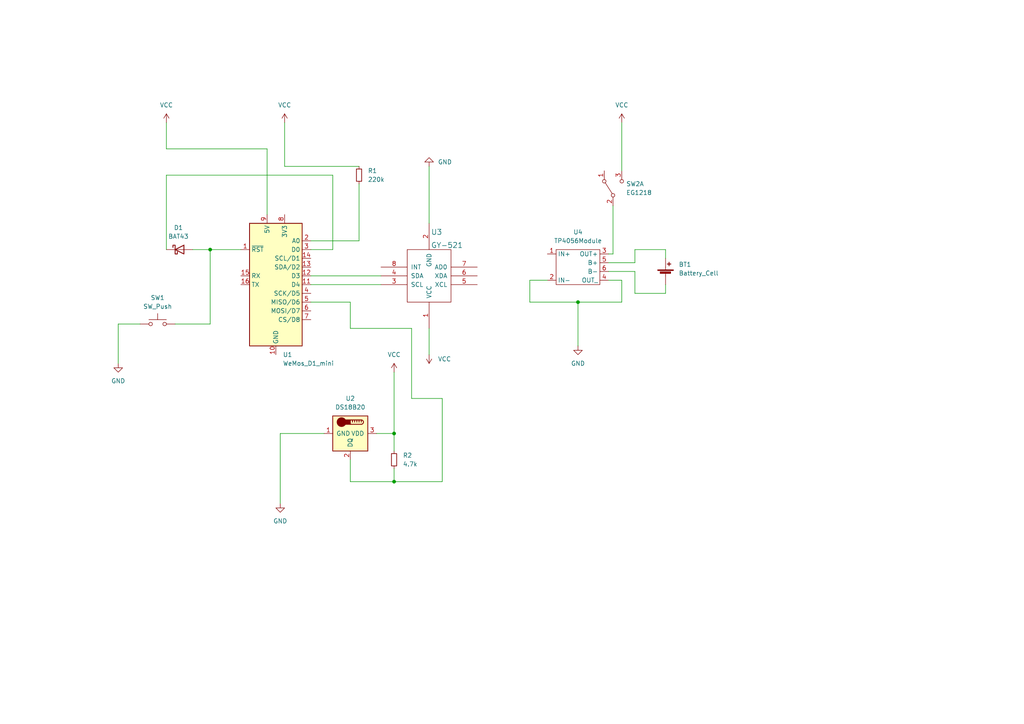
<source format=kicad_sch>
(kicad_sch (version 20211123) (generator eeschema)
  (paper "A4")
  (lib_symbols
    (symbol "Device:Battery_Cell" (pin_numbers hide) (pin_names (offset 0) hide)
      (property "Reference" "BT" (at 2.54 2.54 0))
      (property "Value" "Battery_Cell" (at 2.54 0 0))
      (symbol "Battery_Cell_0_1"
        (rectangle (start -2.286 1.778) (end 2.286 1.524) (fill (type outline)))
        (rectangle (start -1.5748 1.1938) (end 1.4732 0.6858) (fill (type outline)))
        (polyline (pts (xy 0 0.762) (xy 0 0)))
        (polyline (pts (xy 0 1.778) (xy 0 2.54)))
        (polyline (pts (xy 0.508 3.429) (xy 1.524 3.429)) (stroke (width 0.254)))
        (polyline (pts (xy 1.016 3.937) (xy 1.016 2.921)) (stroke (width 0.254)))
      )
      (symbol "Battery_Cell_1_1"
        (pin passive line (at 0 5.08 270) (length 2.54) (name "+") (number "1"))
        (pin passive line (at 0 -2.54 90) (length 2.54) (name "-") (number "2"))
      )
    )
    (symbol "Device:R_Small" (pin_numbers hide) (pin_names (offset 0.254) hide)
      (property "Reference" "R" (at 0.762 0.508 0))
      (property "Value" "R_Small" (at 0.762 -1.016 0))
      (symbol "R_Small_0_1"
        (rectangle (start -0.762 1.778) (end 0.762 -1.778) (stroke (width 0.2032)))
      )
      (symbol "R_Small_1_1"
        (pin passive line (at 0 2.54 270) (length 0.762) (name "~") (number "1"))
        (pin passive line (at 0 -2.54 90) (length 0.762) (name "~") (number "2"))
      )
    )
    (symbol "Diode:BAT43" (pin_numbers hide) (pin_names (offset 1.016) hide)
      (property "Reference" "D" (at 0 2.54 0))
      (property "Value" "BAT43" (at 0 -2.54 0))
      (symbol "BAT43_0_1"
        (polyline (pts (xy 1.27 0) (xy -1.27 0)))
        (polyline (pts (xy 1.27 1.27) (xy 1.27 -1.27) (xy -1.27 0) (xy 1.27 1.27)) (stroke (width 0.254)))
        (polyline (pts (xy -1.905 0.635) (xy -1.905 1.27) (xy -1.27 1.27) (xy -1.27 -1.27) (xy -0.635 -1.27) (xy -0.635 -0.635)) (stroke (width 0.254)))
      )
      (symbol "BAT43_1_1"
        (pin passive line (at -3.81 0 0) (length 2.54) (name "K") (number "1"))
        (pin passive line (at 3.81 0 180) (length 2.54) (name "A") (number "2"))
      )
    )
    (symbol "MCU_Module:WeMos_D1_mini"
      (property "Reference" "U" (at 3.81 19.05 0))
      (property "Value" "WeMos_D1_mini" (at 1.27 -19.05 0))
      (symbol "WeMos_D1_mini_1_1"
        (rectangle (start -7.62 17.78) (end 7.62 -17.78) (stroke (width 0.254)) (fill (type background)))
        (pin input line (at -10.16 10.16 0) (length 2.54) (name "~{RST}") (number "1"))
        (pin power_in line (at 0 -20.32 90) (length 2.54) (name "GND") (number "10"))
        (pin bidirectional line (at 10.16 0 180) (length 2.54) (name "D4") (number "11"))
        (pin bidirectional line (at 10.16 2.54 180) (length 2.54) (name "D3") (number "12"))
        (pin bidirectional line (at 10.16 5.08 180) (length 2.54) (name "SDA/D2") (number "13"))
        (pin bidirectional line (at 10.16 7.62 180) (length 2.54) (name "SCL/D1") (number "14"))
        (pin input line (at -10.16 2.54 0) (length 2.54) (name "RX") (number "15"))
        (pin output line (at -10.16 0 0) (length 2.54) (name "TX") (number "16"))
        (pin input line (at 10.16 12.7 180) (length 2.54) (name "A0") (number "2"))
        (pin bidirectional line (at 10.16 10.16 180) (length 2.54) (name "D0") (number "3"))
        (pin bidirectional line (at 10.16 -2.54 180) (length 2.54) (name "SCK/D5") (number "4"))
        (pin bidirectional line (at 10.16 -5.08 180) (length 2.54) (name "MISO/D6") (number "5"))
        (pin bidirectional line (at 10.16 -7.62 180) (length 2.54) (name "MOSI/D7") (number "6"))
        (pin bidirectional line (at 10.16 -10.16 180) (length 2.54) (name "CS/D8") (number "7"))
        (pin power_out line (at 2.54 20.32 270) (length 2.54) (name "3V3") (number "8"))
        (pin power_in line (at -2.54 20.32 270) (length 2.54) (name "5V") (number "9"))
      )
    )
    (symbol "Sensor_Temperature:DS18B20" (pin_names (offset 1.016))
      (property "Reference" "U" (at -3.81 6.35 0))
      (property "Value" "DS18B20" (at 6.35 6.35 0))
      (symbol "DS18B20_0_1"
        (rectangle (start -5.08 5.08) (end 5.08 -5.08) (stroke (width 0.254)) (fill (type background)))
        (circle (center -3.302 -2.54) (radius 1.27) (stroke (width 0.254)) (fill (type outline)))
        (rectangle (start -2.667 -1.905) (end -3.937 0) (stroke (width 0.254)) (fill (type outline)))
        (arc (start -2.667 3.175) (mid -3.302 3.81) (end -3.937 3.175) (stroke (width 0.254)))
        (polyline (pts (xy -3.937 0.635) (xy -3.302 0.635)) (stroke (width 0.254)))
        (polyline (pts (xy -3.937 1.27) (xy -3.302 1.27)) (stroke (width 0.254)))
        (polyline (pts (xy -3.937 1.905) (xy -3.302 1.905)) (stroke (width 0.254)))
        (polyline (pts (xy -3.937 2.54) (xy -3.302 2.54)) (stroke (width 0.254)))
        (polyline (pts (xy -3.937 3.175) (xy -3.937 0)) (stroke (width 0.254)))
        (polyline (pts (xy -3.937 3.175) (xy -3.302 3.175)) (stroke (width 0.254)))
        (polyline (pts (xy -2.667 3.175) (xy -2.667 0)) (stroke (width 0.254)))
      )
      (symbol "DS18B20_1_1"
        (pin power_in line (at 0 -7.62 90) (length 2.54) (name "GND") (number "1"))
        (pin bidirectional line (at 7.62 0 180) (length 2.54) (name "DQ") (number "2"))
        (pin power_in line (at 0 7.62 270) (length 2.54) (name "VDD") (number "3"))
      )
    )
    (symbol "Switch:SW_DPDT_x2" (pin_names (offset 0) hide)
      (property "Reference" "SW" (at 0 4.318 0))
      (property "Value" "SW_DPDT_x2" (at 0 -5.08 0))
      (symbol "SW_DPDT_x2_0_0"
        (circle (center -2.032 0) (radius 0.508))
        (circle (center 2.032 -2.54) (radius 0.508))
      )
      (symbol "SW_DPDT_x2_0_1"
        (polyline (pts (xy -1.524 0.254) (xy 1.651 2.286)))
        (circle (center 2.032 2.54) (radius 0.508))
      )
      (symbol "SW_DPDT_x2_1_1"
        (pin passive line (at 5.08 2.54 180) (length 2.54) (name "A") (number "1"))
        (pin passive line (at -5.08 0 0) (length 2.54) (name "B") (number "2"))
        (pin passive line (at 5.08 -2.54 180) (length 2.54) (name "C") (number "3"))
      )
      (symbol "SW_DPDT_x2_2_1"
        (pin passive line (at 5.08 2.54 180) (length 2.54) (name "A") (number "4"))
        (pin passive line (at -5.08 0 0) (length 2.54) (name "B") (number "5"))
        (pin passive line (at 5.08 -2.54 180) (length 2.54) (name "C") (number "6"))
      )
    )
    (symbol "Switch:SW_Push" (pin_numbers hide) (pin_names (offset 1.016) hide)
      (property "Reference" "SW" (at 1.27 2.54 0))
      (property "Value" "SW_Push" (at 0 -1.524 0))
      (symbol "SW_Push_0_1"
        (circle (center -2.032 0) (radius 0.508))
        (polyline (pts (xy 0 1.27) (xy 0 3.048)))
        (polyline (pts (xy 2.54 1.27) (xy -2.54 1.27)))
        (circle (center 2.032 0) (radius 0.508))
        (pin passive line (at -5.08 0 0) (length 2.54) (name "1") (number "1"))
        (pin passive line (at 5.08 0 180) (length 2.54) (name "2") (number "2"))
      )
    )
    (symbol "gy-521:GY-521" (pin_names (offset 1.016))
      (property "Reference" "U" (at 2.54 8.89 0))
      (property "Value" "GY-521" (at 5.08 11.43 0))
      (symbol "GY-521_0_1"
        (rectangle (start -6.35 7.62) (end 6.35 -7.62))
      )
      (symbol "GY-521_1_1"
        (pin input line (at 0 15.24 270) (length 7.62) (name "VCC") (number "1"))
        (pin input line (at 0 -15.24 90) (length 7.62) (name "GND") (number "2"))
        (pin input line (at 13.97 2.54 180) (length 7.62) (name "SCL") (number "3"))
        (pin input line (at 13.97 0 180) (length 7.62) (name "SDA") (number "4"))
        (pin input line (at -13.97 2.54 0) (length 7.62) (name "XCL") (number "5"))
        (pin input line (at -13.97 0 0) (length 7.62) (name "XDA") (number "6"))
        (pin input line (at -13.97 -2.54 0) (length 7.62) (name "AD0") (number "7"))
        (pin input line (at 13.97 -2.54 180) (length 7.62) (name "INT") (number "8"))
      )
    )
    (symbol "power:GND" (power) (pin_names (offset 0))
      (property "Value" "GND" (at 0 -3.81 0))
      (symbol "GND_0_1"
        (polyline (pts (xy 0 0) (xy 0 -1.27) (xy 1.27 -1.27) (xy 0 -2.54) (xy -1.27 -1.27) (xy 0 -1.27)))
      )
      (symbol "GND_1_1"
        (pin power_in line (at 0 0 270) (length 0) hide (name "GND") (number "1"))
      )
    )
    (symbol "power:VCC" (power) (pin_names (offset 0))
      (property "Value" "VCC" (at 0 3.81 0))
      (symbol "VCC_0_1"
        (polyline (pts (xy -0.762 1.27) (xy 0 2.54)))
        (polyline (pts (xy 0 0) (xy 0 2.54)))
        (polyline (pts (xy 0 2.54) (xy 0.762 1.27)))
      )
      (symbol "VCC_1_1"
        (pin power_in line (at 0 0 90) (length 0) hide (name "VCC") (number "1"))
      )
    )
    (symbol "tp4056:TP4056Module"
      (property "Reference" "U" (at 0 -8.89 0))
      (property "Value" "TP4056Module" (at 0 6.35 0))
      (symbol "TP4056Module_0_1"
        (rectangle (start -6.35 3.81) (end 6.35 -6.35))
      )
      (symbol "TP4056Module_1_1"
        (pin input line (at -8.89 2.54 0) (length 2.54) (name "IN+") (number "1"))
        (pin input line (at -8.89 -5.08 0) (length 2.54) (name "IN-") (number "2"))
        (pin output line (at 8.89 2.54 180) (length 2.54) (name "OUT+") (number "3"))
        (pin output line (at 8.89 -5.08 180) (length 2.54) (name "OUT_") (number "4"))
        (pin output line (at 8.89 0 180) (length 2.54) (name "B+") (number "5"))
        (pin output line (at 8.89 -2.54 180) (length 2.54) (name "B-") (number "6"))
      )
    )
  )
  (junction (at 114.3 125.73))
  (junction (at 167.64 87.63))
  (junction (at 114.3 139.7))
  (junction (at 60.96 72.39))
  (wire (pts (xy 96.52 50.8) (xy 96.52 72.39)))
  (wire (pts (xy 114.3 107.95) (xy 114.3 125.73)))
  (wire (pts (xy 82.55 48.26) (xy 82.55 35.56)))
  (wire (pts (xy 119.38 95.25) (xy 101.6 95.25)))
  (wire (pts (xy 124.46 48.26) (xy 124.46 64.77)))
  (wire (pts (xy 90.17 69.85) (xy 104.14 69.85)))
  (wire (pts (xy 184.15 76.2) (xy 184.15 72.39)))
  (wire (pts (xy 177.8 59.69) (xy 177.8 73.66)))
  (wire (pts (xy 193.04 72.39) (xy 193.04 74.93)))
  (wire (pts (xy 177.8 73.66) (xy 176.53 73.66)))
  (wire (pts (xy 101.6 139.7) (xy 114.3 139.7)))
  (wire (pts (xy 176.53 81.28) (xy 180.34 81.28)))
  (wire (pts (xy 167.64 87.63) (xy 167.64 100.33)))
  (wire (pts (xy 48.26 35.56) (xy 48.26 43.18)))
  (wire (pts (xy 77.47 43.18) (xy 48.26 43.18)))
  (wire (pts (xy 101.6 95.25) (xy 101.6 87.63)))
  (wire (pts (xy 124.46 95.25) (xy 124.46 102.87)))
  (wire (pts (xy 114.3 135.89) (xy 114.3 139.7)))
  (wire (pts (xy 119.38 115.57) (xy 119.38 95.25)))
  (wire (pts (xy 114.3 125.73) (xy 114.3 130.81)))
  (wire (pts (xy 176.53 78.74) (xy 184.15 78.74)))
  (wire (pts (xy 128.27 115.57) (xy 119.38 115.57)))
  (wire (pts (xy 184.15 72.39) (xy 193.04 72.39)))
  (wire (pts (xy 153.67 87.63) (xy 167.64 87.63)))
  (wire (pts (xy 48.26 50.8) (xy 48.26 72.39)))
  (wire (pts (xy 158.75 81.28) (xy 153.67 81.28)))
  (wire (pts (xy 48.26 50.8) (xy 96.52 50.8)))
  (wire (pts (xy 93.98 125.73) (xy 81.28 125.73)))
  (wire (pts (xy 55.88 72.39) (xy 60.96 72.39)))
  (wire (pts (xy 180.34 35.56) (xy 180.34 49.53)))
  (wire (pts (xy 104.14 48.26) (xy 82.55 48.26)))
  (wire (pts (xy 180.34 81.28) (xy 180.34 87.63)))
  (wire (pts (xy 104.14 69.85) (xy 104.14 53.34)))
  (wire (pts (xy 109.22 125.73) (xy 114.3 125.73)))
  (wire (pts (xy 184.15 78.74) (xy 184.15 85.09)))
  (wire (pts (xy 77.47 43.18) (xy 77.47 62.23)))
  (wire (pts (xy 128.27 139.7) (xy 128.27 115.57)))
  (wire (pts (xy 34.29 93.98) (xy 34.29 105.41)))
  (wire (pts (xy 184.15 85.09) (xy 193.04 85.09)))
  (wire (pts (xy 90.17 82.55) (xy 110.49 82.55)))
  (wire (pts (xy 90.17 80.01) (xy 110.49 80.01)))
  (wire (pts (xy 50.8 93.98) (xy 60.96 93.98)))
  (wire (pts (xy 193.04 85.09) (xy 193.04 82.55)))
  (wire (pts (xy 180.34 87.63) (xy 167.64 87.63)))
  (wire (pts (xy 81.28 125.73) (xy 81.28 146.05)))
  (wire (pts (xy 114.3 139.7) (xy 128.27 139.7)))
  (wire (pts (xy 60.96 93.98) (xy 60.96 72.39)))
  (wire (pts (xy 101.6 133.35) (xy 101.6 139.7)))
  (wire (pts (xy 60.96 72.39) (xy 69.85 72.39)))
  (wire (pts (xy 153.67 81.28) (xy 153.67 87.63)))
  (wire (pts (xy 96.52 72.39) (xy 90.17 72.39)))
  (wire (pts (xy 176.53 76.2) (xy 184.15 76.2)))
  (wire (pts (xy 101.6 87.63) (xy 90.17 87.63)))
  (wire (pts (xy 40.64 93.98) (xy 34.29 93.98)))
  (symbol (lib_id "gy-521:GY-521") (at 124.46 80.01 180) (unit 1)
    (property "Reference" "U3" (at 124.9806 67.31 0) (effects (font (size 1.524 1.524)) (justify right)))
    (property "Value" "GY-521" (at 124.9806 71.12 0) (effects (font (size 1.524 1.524)) (justify right)))
    (property "Footprint" "libs:GY-521-minimal" (effects hide))
  )
  (symbol (lib_id "power:GND") (at 167.64 100.33 0) (unit 1)
    (property "Reference" "#PWR08" (effects hide))
    (property "Value" "GND" (at 167.64 105.41 0))
  )
  (symbol (lib_id "power:VCC") (at 124.46 102.87 180) (unit 1)
    (property "Reference" "#PWR07" (effects hide))
    (property "Value" "VCC" (at 127 104.1399 0) (effects (justify right)))
  )
  (symbol (lib_id "power:VCC") (at 180.34 35.56 0) (unit 1)
    (property "Reference" "#PWR09" (effects hide))
    (property "Value" "VCC" (at 180.34 30.48 0))
  )
  (symbol (lib_id "tp4056:TP4056Module") (at 167.64 76.2 0) (unit 1)
    (property "Reference" "U4" (at 167.64 67.31 0))
    (property "Value" "TP4056Module" (at 167.64 69.85 0))
    (property "Footprint" "libs:TP4056-18650" (effects hide))
  )
  (symbol (lib_id "power:VCC") (at 82.55 35.56 0) (unit 1)
    (property "Reference" "#PWR04" (effects hide))
    (property "Value" "VCC" (at 82.55 30.48 0))
  )
  (symbol (lib_id "Switch:SW_DPDT_x2") (at 177.8 54.61 90) (unit 1)
    (property "Reference" "SW2" (at 181.61 53.3399 90) (effects (justify right)))
    (property "Value" "EG1218" (at 181.61 55.8799 90) (effects (justify right)))
    (property "Footprint" "Button_Switch_THT:SW_CuK_OS102011MA1QN1_SPDT_Angled" (effects hide))
  )
  (symbol (lib_id "power:GND") (at 81.28 146.05 0) (unit 1)
    (property "Reference" "#PWR03" (effects hide))
    (property "Value" "GND" (at 81.28 151.13 0))
  )
  (symbol (lib_id "power:VCC") (at 114.3 107.95 0) (unit 1)
    (property "Reference" "#PWR05" (effects hide))
    (property "Value" "VCC" (at 114.3 102.87 0))
  )
  (symbol (lib_id "Sensor_Temperature:DS18B20") (at 101.6 125.73 270) (unit 1)
    (property "Reference" "U2" (at 101.6 115.57 90))
    (property "Value" "DS18B20" (at 101.6 118.11 90))
    (property "Footprint" "Package_TO_SOT_THT:TO-92_Inline_Wide" (effects hide))
    (property "Datasheet" "http://datasheets.maximintegrated.com/en/ds/DS18B20.pdf" (effects hide))
  )
  (symbol (lib_id "MCU_Module:WeMos_D1_mini") (at 80.01 82.55 0) (unit 1)
    (property "Reference" "U1" (at 82.0294 102.87 0) (effects (justify left)))
    (property "Value" "WeMos_D1_mini" (at 82.0294 105.41 0) (effects (justify left)))
    (property "Footprint" "libs:WEMOS_D1_mini_light_minimal" (effects hide))
    (property "Datasheet" "https://wiki.wemos.cc/products:d1:d1_mini#documentation" (effects hide))
  )
  (symbol (lib_id "power:GND") (at 124.46 48.26 180) (unit 1)
    (property "Reference" "#PWR06" (effects hide))
    (property "Value" "GND" (at 127 46.9899 0) (effects (justify right)))
  )
  (symbol (lib_id "Switch:SW_Push") (at 45.72 93.98 0) (unit 1)
    (property "Reference" "SW1" (at 45.72 86.36 0))
    (property "Value" "SW_Push" (at 45.72 88.9 0))
    (property "Footprint" "libs:Reset_1x02_P2.54mm_Vertical" (effects hide))
  )
  (symbol (lib_id "Diode:BAT43") (at 52.07 72.39 0) (unit 1)
    (property "Reference" "D1" (at 51.7525 66.04 0))
    (property "Value" "BAT43" (at 51.7525 68.58 0))
    (property "Footprint" "Diode_THT:D_DO-35_SOD27_P7.62mm_Horizontal" (effects hide))
    (property "Datasheet" "http://www.vishay.com/docs/85660/bat42.pdf" (effects hide))
  )
  (symbol (lib_id "power:VCC") (at 48.26 35.56 0) (unit 1)
    (property "Reference" "#PWR02" (effects hide))
    (property "Value" "VCC" (at 48.26 30.48 0))
  )
  (symbol (lib_id "power:GND") (at 34.29 105.41 0) (unit 1)
    (property "Reference" "#PWR01" (effects hide))
    (property "Value" "GND" (at 34.29 110.49 0))
  )
  (symbol (lib_id "Device:R_Small") (at 104.14 50.8 0) (unit 1)
    (property "Reference" "R1" (at 106.68 49.5299 0) (effects (justify left)))
    (property "Value" "220k" (at 106.68 52.0699 0) (effects (justify left)))
    (property "Footprint" "Resistor_THT:R_Axial_DIN0204_L3.6mm_D1.6mm_P7.62mm_Horizontal" (effects hide))
  )
  (symbol (lib_id "Device:Battery_Cell") (at 193.04 80.01 0) (unit 1)
    (property "Reference" "BT1" (at 196.85 76.7079 0) (effects (justify left)))
    (property "Value" "Battery_Cell" (at 196.85 79.2479 0) (effects (justify left)))
    (property "Footprint" "Battery:BatteryHolder_Keystone_1042_1x18650" (effects hide))
  )
  (symbol (lib_id "Device:R_Small") (at 114.3 133.35 0) (unit 1)
    (property "Reference" "R2" (at 116.84 132.0799 0) (effects (justify left)))
    (property "Value" "4.7k" (at 116.84 134.6199 0) (effects (justify left)))
    (property "Footprint" "Resistor_THT:R_Axial_DIN0204_L3.6mm_D1.6mm_P7.62mm_Horizontal" (effects hide))
  )
)
</source>
